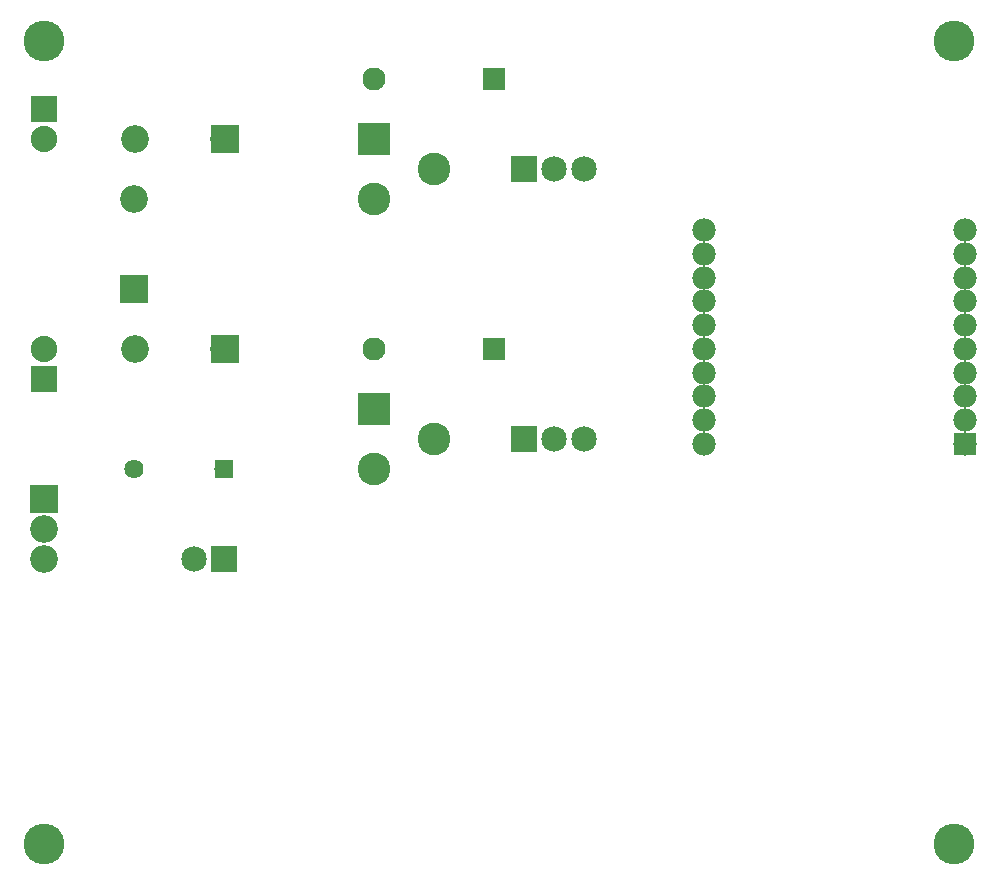
<source format=gbs>
G04 MADE WITH FRITZING*
G04 WWW.FRITZING.ORG*
G04 DOUBLE SIDED*
G04 HOLES PLATED*
G04 CONTOUR ON CENTER OF CONTOUR VECTOR*
%ASAXBY*%
%FSLAX23Y23*%
%MOIN*%
%OFA0B0*%
%SFA1.0B1.0*%
%ADD10C,0.092000*%
%ADD11C,0.085000*%
%ADD12C,0.109000*%
%ADD13C,0.088000*%
%ADD14C,0.064000*%
%ADD15C,0.077000*%
%ADD16C,0.135984*%
%ADD17C,0.078000*%
%ADD18R,0.092000X0.092000*%
%ADD19R,0.085000X0.085000*%
%ADD20R,0.109000X0.109000*%
%ADD21R,0.088000X0.088000*%
%ADD22R,0.064000X0.064000*%
%ADD23R,0.077000X0.077000*%
%ADD24R,0.078000X0.078000*%
%LNMASK0*%
G90*
G70*
G54D10*
X233Y1376D03*
X233Y1276D03*
X233Y1176D03*
X533Y2076D03*
X533Y2374D03*
X833Y1876D03*
X535Y1876D03*
X833Y2576D03*
X535Y2576D03*
G54D11*
X2033Y2476D03*
X1933Y2476D03*
X1833Y2476D03*
X2033Y1576D03*
X1933Y1576D03*
X1833Y1576D03*
G54D12*
X1333Y2376D03*
X1333Y2576D03*
X1533Y2476D03*
X1333Y1476D03*
X1333Y1676D03*
X1533Y1576D03*
G54D13*
X233Y1776D03*
X233Y1876D03*
X233Y2676D03*
X233Y2576D03*
G54D11*
X833Y1176D03*
X733Y1176D03*
G54D14*
X833Y1476D03*
X533Y1476D03*
G54D15*
X1733Y2776D03*
X1333Y2776D03*
X1733Y1876D03*
X1333Y1876D03*
G54D16*
X3264Y224D03*
X233Y224D03*
X3264Y2901D03*
X233Y2901D03*
G54D17*
X3303Y1560D03*
X3303Y1639D03*
X3303Y1718D03*
X3303Y1797D03*
X3303Y1876D03*
X3303Y1955D03*
X3303Y2034D03*
X3303Y2113D03*
X3303Y2192D03*
X3303Y2271D03*
X2433Y2271D03*
X2433Y2192D03*
X2433Y2113D03*
X2433Y2034D03*
X2433Y1955D03*
X2433Y1876D03*
X2433Y1797D03*
X2433Y1718D03*
X2433Y1639D03*
X2433Y1560D03*
G54D18*
X233Y1376D03*
X533Y2075D03*
X834Y1876D03*
X834Y2576D03*
G54D19*
X1833Y2476D03*
X1833Y1576D03*
G54D20*
X1333Y2576D03*
X1333Y1676D03*
G54D21*
X233Y1776D03*
X233Y2676D03*
G54D19*
X833Y1176D03*
G54D22*
X833Y1476D03*
G54D23*
X1733Y2776D03*
X1733Y1876D03*
G54D24*
X3303Y1560D03*
G04 End of Mask0*
M02*
</source>
